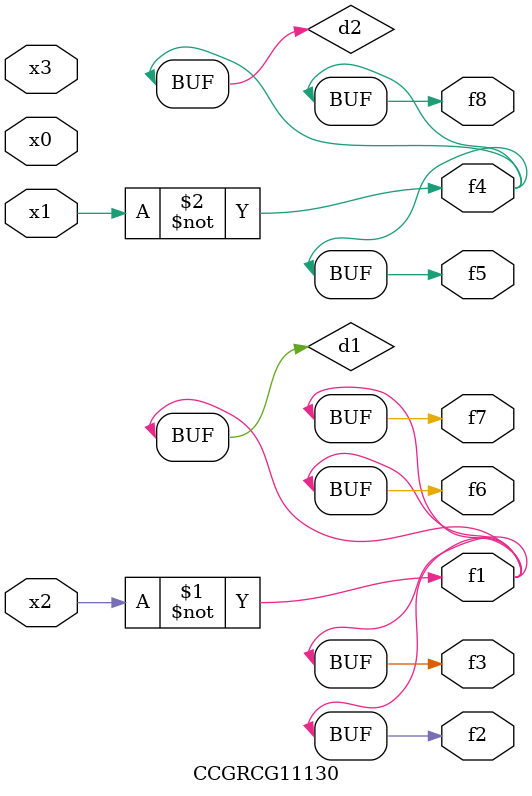
<source format=v>
module CCGRCG11130(
	input x0, x1, x2, x3,
	output f1, f2, f3, f4, f5, f6, f7, f8
);

	wire d1, d2;

	xnor (d1, x2);
	not (d2, x1);
	assign f1 = d1;
	assign f2 = d1;
	assign f3 = d1;
	assign f4 = d2;
	assign f5 = d2;
	assign f6 = d1;
	assign f7 = d1;
	assign f8 = d2;
endmodule

</source>
